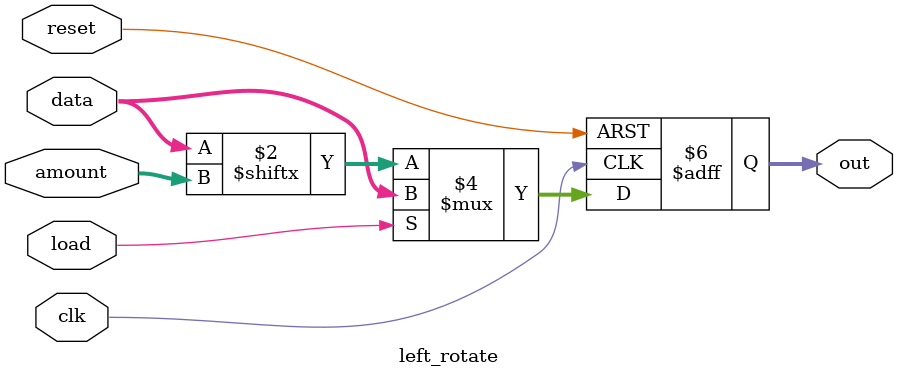
<source format=v>
module left_rotate(clk,reset,amount,data,load,out);
input clk,reset;
input [2:0] amount;
input [7:0] data;
input load;
output reg [7:0] out;
// when load is high, load data to out
// left shift and rotate the register out by amount bits
always @(posedge clk or posedge reset)
begin
if(reset)
out<=0;
else
begin
if(load)
out<=data;
else
begin
out<={out,data[7:amount]};
end
end
end
endmodule

</source>
